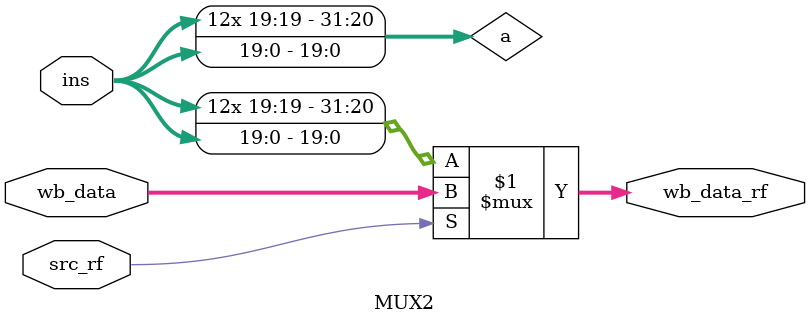
<source format=v>
module MUX2(
    input [19:0] ins,
    input [31:0] wb_data,
    input src_rf,
    output [31:0] wb_data_rf 
);

wire [31:0] a;
assign a = {{12{ins[19]}}, ins};

assign wb_data_rf = (src_rf) ? wb_data : a;

endmodule
</source>
